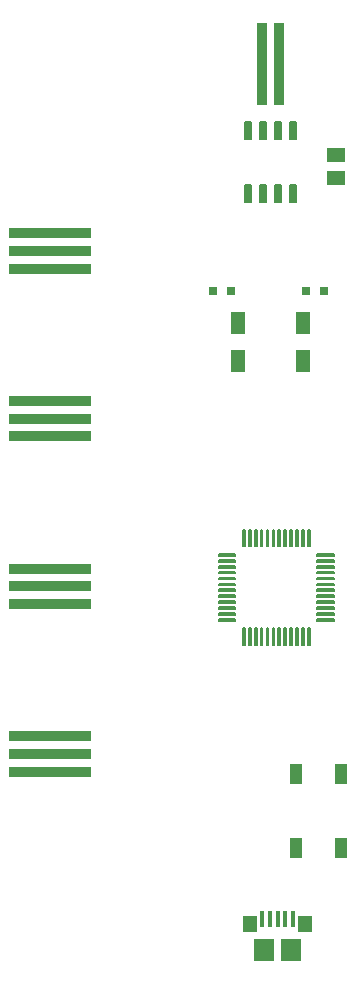
<source format=gbr>
G04 EAGLE Gerber RS-274X export*
G75*
%MOMM*%
%FSLAX34Y34*%
%LPD*%
%INSolderpaste Top*%
%IPPOS*%
%AMOC8*
5,1,8,0,0,1.08239X$1,22.5*%
G01*
%ADD10R,0.850000X7.000000*%
%ADD11R,0.400000X1.400000*%
%ADD12R,1.750000X1.900000*%
%ADD13R,1.150000X1.450000*%
%ADD14R,0.800000X0.800000*%
%ADD15R,1.500000X1.300000*%
%ADD16R,1.000000X1.700000*%
%ADD17C,0.140000*%
%ADD18C,0.150000*%
%ADD19R,7.000000X0.850000*%
%ADD20R,1.300000X1.900000*%


D10*
X232363Y764200D03*
X217363Y764200D03*
D11*
X217981Y40619D03*
X224481Y40619D03*
X230981Y40619D03*
X237481Y40619D03*
X243981Y40619D03*
D12*
X219731Y14119D03*
X242231Y14119D03*
D13*
X207781Y36419D03*
X254181Y36419D03*
D14*
X176276Y572055D03*
X191276Y572055D03*
X269869Y572055D03*
X254869Y572055D03*
D15*
X280616Y668408D03*
X280616Y687408D03*
D16*
X246957Y100350D03*
X284957Y100350D03*
X246957Y163350D03*
X284957Y163350D03*
D17*
X195238Y348218D02*
X195238Y349618D01*
X195238Y348218D02*
X181038Y348218D01*
X181038Y349618D01*
X195238Y349618D01*
X195238Y349548D02*
X181038Y349548D01*
X195238Y344618D02*
X195238Y343218D01*
X181038Y343218D01*
X181038Y344618D01*
X195238Y344618D01*
X195238Y344548D02*
X181038Y344548D01*
X195238Y339618D02*
X195238Y338218D01*
X181038Y338218D01*
X181038Y339618D01*
X195238Y339618D01*
X195238Y339548D02*
X181038Y339548D01*
X195238Y334618D02*
X195238Y333218D01*
X181038Y333218D01*
X181038Y334618D01*
X195238Y334618D01*
X195238Y334548D02*
X181038Y334548D01*
X195238Y329618D02*
X195238Y328218D01*
X181038Y328218D01*
X181038Y329618D01*
X195238Y329618D01*
X195238Y329548D02*
X181038Y329548D01*
X195238Y324618D02*
X195238Y323218D01*
X181038Y323218D01*
X181038Y324618D01*
X195238Y324618D01*
X195238Y324548D02*
X181038Y324548D01*
X195238Y319618D02*
X195238Y318218D01*
X181038Y318218D01*
X181038Y319618D01*
X195238Y319618D01*
X195238Y319548D02*
X181038Y319548D01*
X195238Y314618D02*
X195238Y313218D01*
X181038Y313218D01*
X181038Y314618D01*
X195238Y314618D01*
X195238Y314548D02*
X181038Y314548D01*
X195238Y309618D02*
X195238Y308218D01*
X181038Y308218D01*
X181038Y309618D01*
X195238Y309618D01*
X195238Y309548D02*
X181038Y309548D01*
X195238Y304618D02*
X195238Y303218D01*
X181038Y303218D01*
X181038Y304618D01*
X195238Y304618D01*
X195238Y304548D02*
X181038Y304548D01*
X195238Y299618D02*
X195238Y298218D01*
X181038Y298218D01*
X181038Y299618D01*
X195238Y299618D01*
X195238Y299548D02*
X181038Y299548D01*
X195238Y294618D02*
X195238Y293218D01*
X181038Y293218D01*
X181038Y294618D01*
X195238Y294618D01*
X195238Y294548D02*
X181038Y294548D01*
X201738Y272518D02*
X203138Y272518D01*
X201738Y272518D02*
X201738Y286718D01*
X203138Y286718D01*
X203138Y272518D01*
X203138Y273848D02*
X201738Y273848D01*
X201738Y275178D02*
X203138Y275178D01*
X203138Y276508D02*
X201738Y276508D01*
X201738Y277838D02*
X203138Y277838D01*
X203138Y279168D02*
X201738Y279168D01*
X201738Y280498D02*
X203138Y280498D01*
X203138Y281828D02*
X201738Y281828D01*
X201738Y283158D02*
X203138Y283158D01*
X203138Y284488D02*
X201738Y284488D01*
X201738Y285818D02*
X203138Y285818D01*
X206738Y272518D02*
X208138Y272518D01*
X206738Y272518D02*
X206738Y286718D01*
X208138Y286718D01*
X208138Y272518D01*
X208138Y273848D02*
X206738Y273848D01*
X206738Y275178D02*
X208138Y275178D01*
X208138Y276508D02*
X206738Y276508D01*
X206738Y277838D02*
X208138Y277838D01*
X208138Y279168D02*
X206738Y279168D01*
X206738Y280498D02*
X208138Y280498D01*
X208138Y281828D02*
X206738Y281828D01*
X206738Y283158D02*
X208138Y283158D01*
X208138Y284488D02*
X206738Y284488D01*
X206738Y285818D02*
X208138Y285818D01*
X211738Y272518D02*
X213138Y272518D01*
X211738Y272518D02*
X211738Y286718D01*
X213138Y286718D01*
X213138Y272518D01*
X213138Y273848D02*
X211738Y273848D01*
X211738Y275178D02*
X213138Y275178D01*
X213138Y276508D02*
X211738Y276508D01*
X211738Y277838D02*
X213138Y277838D01*
X213138Y279168D02*
X211738Y279168D01*
X211738Y280498D02*
X213138Y280498D01*
X213138Y281828D02*
X211738Y281828D01*
X211738Y283158D02*
X213138Y283158D01*
X213138Y284488D02*
X211738Y284488D01*
X211738Y285818D02*
X213138Y285818D01*
X216738Y272518D02*
X218138Y272518D01*
X216738Y272518D02*
X216738Y286718D01*
X218138Y286718D01*
X218138Y272518D01*
X218138Y273848D02*
X216738Y273848D01*
X216738Y275178D02*
X218138Y275178D01*
X218138Y276508D02*
X216738Y276508D01*
X216738Y277838D02*
X218138Y277838D01*
X218138Y279168D02*
X216738Y279168D01*
X216738Y280498D02*
X218138Y280498D01*
X218138Y281828D02*
X216738Y281828D01*
X216738Y283158D02*
X218138Y283158D01*
X218138Y284488D02*
X216738Y284488D01*
X216738Y285818D02*
X218138Y285818D01*
X221738Y272518D02*
X223138Y272518D01*
X221738Y272518D02*
X221738Y286718D01*
X223138Y286718D01*
X223138Y272518D01*
X223138Y273848D02*
X221738Y273848D01*
X221738Y275178D02*
X223138Y275178D01*
X223138Y276508D02*
X221738Y276508D01*
X221738Y277838D02*
X223138Y277838D01*
X223138Y279168D02*
X221738Y279168D01*
X221738Y280498D02*
X223138Y280498D01*
X223138Y281828D02*
X221738Y281828D01*
X221738Y283158D02*
X223138Y283158D01*
X223138Y284488D02*
X221738Y284488D01*
X221738Y285818D02*
X223138Y285818D01*
X226738Y272518D02*
X228138Y272518D01*
X226738Y272518D02*
X226738Y286718D01*
X228138Y286718D01*
X228138Y272518D01*
X228138Y273848D02*
X226738Y273848D01*
X226738Y275178D02*
X228138Y275178D01*
X228138Y276508D02*
X226738Y276508D01*
X226738Y277838D02*
X228138Y277838D01*
X228138Y279168D02*
X226738Y279168D01*
X226738Y280498D02*
X228138Y280498D01*
X228138Y281828D02*
X226738Y281828D01*
X226738Y283158D02*
X228138Y283158D01*
X228138Y284488D02*
X226738Y284488D01*
X226738Y285818D02*
X228138Y285818D01*
X231738Y272518D02*
X233138Y272518D01*
X231738Y272518D02*
X231738Y286718D01*
X233138Y286718D01*
X233138Y272518D01*
X233138Y273848D02*
X231738Y273848D01*
X231738Y275178D02*
X233138Y275178D01*
X233138Y276508D02*
X231738Y276508D01*
X231738Y277838D02*
X233138Y277838D01*
X233138Y279168D02*
X231738Y279168D01*
X231738Y280498D02*
X233138Y280498D01*
X233138Y281828D02*
X231738Y281828D01*
X231738Y283158D02*
X233138Y283158D01*
X233138Y284488D02*
X231738Y284488D01*
X231738Y285818D02*
X233138Y285818D01*
X236738Y272518D02*
X238138Y272518D01*
X236738Y272518D02*
X236738Y286718D01*
X238138Y286718D01*
X238138Y272518D01*
X238138Y273848D02*
X236738Y273848D01*
X236738Y275178D02*
X238138Y275178D01*
X238138Y276508D02*
X236738Y276508D01*
X236738Y277838D02*
X238138Y277838D01*
X238138Y279168D02*
X236738Y279168D01*
X236738Y280498D02*
X238138Y280498D01*
X238138Y281828D02*
X236738Y281828D01*
X236738Y283158D02*
X238138Y283158D01*
X238138Y284488D02*
X236738Y284488D01*
X236738Y285818D02*
X238138Y285818D01*
X241738Y272518D02*
X243138Y272518D01*
X241738Y272518D02*
X241738Y286718D01*
X243138Y286718D01*
X243138Y272518D01*
X243138Y273848D02*
X241738Y273848D01*
X241738Y275178D02*
X243138Y275178D01*
X243138Y276508D02*
X241738Y276508D01*
X241738Y277838D02*
X243138Y277838D01*
X243138Y279168D02*
X241738Y279168D01*
X241738Y280498D02*
X243138Y280498D01*
X243138Y281828D02*
X241738Y281828D01*
X241738Y283158D02*
X243138Y283158D01*
X243138Y284488D02*
X241738Y284488D01*
X241738Y285818D02*
X243138Y285818D01*
X246738Y272518D02*
X248138Y272518D01*
X246738Y272518D02*
X246738Y286718D01*
X248138Y286718D01*
X248138Y272518D01*
X248138Y273848D02*
X246738Y273848D01*
X246738Y275178D02*
X248138Y275178D01*
X248138Y276508D02*
X246738Y276508D01*
X246738Y277838D02*
X248138Y277838D01*
X248138Y279168D02*
X246738Y279168D01*
X246738Y280498D02*
X248138Y280498D01*
X248138Y281828D02*
X246738Y281828D01*
X246738Y283158D02*
X248138Y283158D01*
X248138Y284488D02*
X246738Y284488D01*
X246738Y285818D02*
X248138Y285818D01*
X251738Y272518D02*
X253138Y272518D01*
X251738Y272518D02*
X251738Y286718D01*
X253138Y286718D01*
X253138Y272518D01*
X253138Y273848D02*
X251738Y273848D01*
X251738Y275178D02*
X253138Y275178D01*
X253138Y276508D02*
X251738Y276508D01*
X251738Y277838D02*
X253138Y277838D01*
X253138Y279168D02*
X251738Y279168D01*
X251738Y280498D02*
X253138Y280498D01*
X253138Y281828D02*
X251738Y281828D01*
X251738Y283158D02*
X253138Y283158D01*
X253138Y284488D02*
X251738Y284488D01*
X251738Y285818D02*
X253138Y285818D01*
X256738Y272518D02*
X258138Y272518D01*
X256738Y272518D02*
X256738Y286718D01*
X258138Y286718D01*
X258138Y272518D01*
X258138Y273848D02*
X256738Y273848D01*
X256738Y275178D02*
X258138Y275178D01*
X258138Y276508D02*
X256738Y276508D01*
X256738Y277838D02*
X258138Y277838D01*
X258138Y279168D02*
X256738Y279168D01*
X256738Y280498D02*
X258138Y280498D01*
X258138Y281828D02*
X256738Y281828D01*
X256738Y283158D02*
X258138Y283158D01*
X258138Y284488D02*
X256738Y284488D01*
X256738Y285818D02*
X258138Y285818D01*
X278838Y293218D02*
X278838Y294618D01*
X278838Y293218D02*
X264638Y293218D01*
X264638Y294618D01*
X278838Y294618D01*
X278838Y294548D02*
X264638Y294548D01*
X278838Y298218D02*
X278838Y299618D01*
X278838Y298218D02*
X264638Y298218D01*
X264638Y299618D01*
X278838Y299618D01*
X278838Y299548D02*
X264638Y299548D01*
X278838Y303218D02*
X278838Y304618D01*
X278838Y303218D02*
X264638Y303218D01*
X264638Y304618D01*
X278838Y304618D01*
X278838Y304548D02*
X264638Y304548D01*
X278838Y308218D02*
X278838Y309618D01*
X278838Y308218D02*
X264638Y308218D01*
X264638Y309618D01*
X278838Y309618D01*
X278838Y309548D02*
X264638Y309548D01*
X278838Y313218D02*
X278838Y314618D01*
X278838Y313218D02*
X264638Y313218D01*
X264638Y314618D01*
X278838Y314618D01*
X278838Y314548D02*
X264638Y314548D01*
X278838Y318218D02*
X278838Y319618D01*
X278838Y318218D02*
X264638Y318218D01*
X264638Y319618D01*
X278838Y319618D01*
X278838Y319548D02*
X264638Y319548D01*
X278838Y323218D02*
X278838Y324618D01*
X278838Y323218D02*
X264638Y323218D01*
X264638Y324618D01*
X278838Y324618D01*
X278838Y324548D02*
X264638Y324548D01*
X278838Y328218D02*
X278838Y329618D01*
X278838Y328218D02*
X264638Y328218D01*
X264638Y329618D01*
X278838Y329618D01*
X278838Y329548D02*
X264638Y329548D01*
X278838Y333218D02*
X278838Y334618D01*
X278838Y333218D02*
X264638Y333218D01*
X264638Y334618D01*
X278838Y334618D01*
X278838Y334548D02*
X264638Y334548D01*
X278838Y338218D02*
X278838Y339618D01*
X278838Y338218D02*
X264638Y338218D01*
X264638Y339618D01*
X278838Y339618D01*
X278838Y339548D02*
X264638Y339548D01*
X278838Y343218D02*
X278838Y344618D01*
X278838Y343218D02*
X264638Y343218D01*
X264638Y344618D01*
X278838Y344618D01*
X278838Y344548D02*
X264638Y344548D01*
X278838Y348218D02*
X278838Y349618D01*
X278838Y348218D02*
X264638Y348218D01*
X264638Y349618D01*
X278838Y349618D01*
X278838Y349548D02*
X264638Y349548D01*
X258138Y356118D02*
X256738Y356118D01*
X256738Y370318D01*
X258138Y370318D01*
X258138Y356118D01*
X258138Y357448D02*
X256738Y357448D01*
X256738Y358778D02*
X258138Y358778D01*
X258138Y360108D02*
X256738Y360108D01*
X256738Y361438D02*
X258138Y361438D01*
X258138Y362768D02*
X256738Y362768D01*
X256738Y364098D02*
X258138Y364098D01*
X258138Y365428D02*
X256738Y365428D01*
X256738Y366758D02*
X258138Y366758D01*
X258138Y368088D02*
X256738Y368088D01*
X256738Y369418D02*
X258138Y369418D01*
X253138Y356118D02*
X251738Y356118D01*
X251738Y370318D01*
X253138Y370318D01*
X253138Y356118D01*
X253138Y357448D02*
X251738Y357448D01*
X251738Y358778D02*
X253138Y358778D01*
X253138Y360108D02*
X251738Y360108D01*
X251738Y361438D02*
X253138Y361438D01*
X253138Y362768D02*
X251738Y362768D01*
X251738Y364098D02*
X253138Y364098D01*
X253138Y365428D02*
X251738Y365428D01*
X251738Y366758D02*
X253138Y366758D01*
X253138Y368088D02*
X251738Y368088D01*
X251738Y369418D02*
X253138Y369418D01*
X248138Y356118D02*
X246738Y356118D01*
X246738Y370318D01*
X248138Y370318D01*
X248138Y356118D01*
X248138Y357448D02*
X246738Y357448D01*
X246738Y358778D02*
X248138Y358778D01*
X248138Y360108D02*
X246738Y360108D01*
X246738Y361438D02*
X248138Y361438D01*
X248138Y362768D02*
X246738Y362768D01*
X246738Y364098D02*
X248138Y364098D01*
X248138Y365428D02*
X246738Y365428D01*
X246738Y366758D02*
X248138Y366758D01*
X248138Y368088D02*
X246738Y368088D01*
X246738Y369418D02*
X248138Y369418D01*
X243138Y356118D02*
X241738Y356118D01*
X241738Y370318D01*
X243138Y370318D01*
X243138Y356118D01*
X243138Y357448D02*
X241738Y357448D01*
X241738Y358778D02*
X243138Y358778D01*
X243138Y360108D02*
X241738Y360108D01*
X241738Y361438D02*
X243138Y361438D01*
X243138Y362768D02*
X241738Y362768D01*
X241738Y364098D02*
X243138Y364098D01*
X243138Y365428D02*
X241738Y365428D01*
X241738Y366758D02*
X243138Y366758D01*
X243138Y368088D02*
X241738Y368088D01*
X241738Y369418D02*
X243138Y369418D01*
X238138Y356118D02*
X236738Y356118D01*
X236738Y370318D01*
X238138Y370318D01*
X238138Y356118D01*
X238138Y357448D02*
X236738Y357448D01*
X236738Y358778D02*
X238138Y358778D01*
X238138Y360108D02*
X236738Y360108D01*
X236738Y361438D02*
X238138Y361438D01*
X238138Y362768D02*
X236738Y362768D01*
X236738Y364098D02*
X238138Y364098D01*
X238138Y365428D02*
X236738Y365428D01*
X236738Y366758D02*
X238138Y366758D01*
X238138Y368088D02*
X236738Y368088D01*
X236738Y369418D02*
X238138Y369418D01*
X233138Y356118D02*
X231738Y356118D01*
X231738Y370318D01*
X233138Y370318D01*
X233138Y356118D01*
X233138Y357448D02*
X231738Y357448D01*
X231738Y358778D02*
X233138Y358778D01*
X233138Y360108D02*
X231738Y360108D01*
X231738Y361438D02*
X233138Y361438D01*
X233138Y362768D02*
X231738Y362768D01*
X231738Y364098D02*
X233138Y364098D01*
X233138Y365428D02*
X231738Y365428D01*
X231738Y366758D02*
X233138Y366758D01*
X233138Y368088D02*
X231738Y368088D01*
X231738Y369418D02*
X233138Y369418D01*
X228138Y356118D02*
X226738Y356118D01*
X226738Y370318D01*
X228138Y370318D01*
X228138Y356118D01*
X228138Y357448D02*
X226738Y357448D01*
X226738Y358778D02*
X228138Y358778D01*
X228138Y360108D02*
X226738Y360108D01*
X226738Y361438D02*
X228138Y361438D01*
X228138Y362768D02*
X226738Y362768D01*
X226738Y364098D02*
X228138Y364098D01*
X228138Y365428D02*
X226738Y365428D01*
X226738Y366758D02*
X228138Y366758D01*
X228138Y368088D02*
X226738Y368088D01*
X226738Y369418D02*
X228138Y369418D01*
X223138Y356118D02*
X221738Y356118D01*
X221738Y370318D01*
X223138Y370318D01*
X223138Y356118D01*
X223138Y357448D02*
X221738Y357448D01*
X221738Y358778D02*
X223138Y358778D01*
X223138Y360108D02*
X221738Y360108D01*
X221738Y361438D02*
X223138Y361438D01*
X223138Y362768D02*
X221738Y362768D01*
X221738Y364098D02*
X223138Y364098D01*
X223138Y365428D02*
X221738Y365428D01*
X221738Y366758D02*
X223138Y366758D01*
X223138Y368088D02*
X221738Y368088D01*
X221738Y369418D02*
X223138Y369418D01*
X218138Y356118D02*
X216738Y356118D01*
X216738Y370318D01*
X218138Y370318D01*
X218138Y356118D01*
X218138Y357448D02*
X216738Y357448D01*
X216738Y358778D02*
X218138Y358778D01*
X218138Y360108D02*
X216738Y360108D01*
X216738Y361438D02*
X218138Y361438D01*
X218138Y362768D02*
X216738Y362768D01*
X216738Y364098D02*
X218138Y364098D01*
X218138Y365428D02*
X216738Y365428D01*
X216738Y366758D02*
X218138Y366758D01*
X218138Y368088D02*
X216738Y368088D01*
X216738Y369418D02*
X218138Y369418D01*
X213138Y356118D02*
X211738Y356118D01*
X211738Y370318D01*
X213138Y370318D01*
X213138Y356118D01*
X213138Y357448D02*
X211738Y357448D01*
X211738Y358778D02*
X213138Y358778D01*
X213138Y360108D02*
X211738Y360108D01*
X211738Y361438D02*
X213138Y361438D01*
X213138Y362768D02*
X211738Y362768D01*
X211738Y364098D02*
X213138Y364098D01*
X213138Y365428D02*
X211738Y365428D01*
X211738Y366758D02*
X213138Y366758D01*
X213138Y368088D02*
X211738Y368088D01*
X211738Y369418D02*
X213138Y369418D01*
X208138Y356118D02*
X206738Y356118D01*
X206738Y370318D01*
X208138Y370318D01*
X208138Y356118D01*
X208138Y357448D02*
X206738Y357448D01*
X206738Y358778D02*
X208138Y358778D01*
X208138Y360108D02*
X206738Y360108D01*
X206738Y361438D02*
X208138Y361438D01*
X208138Y362768D02*
X206738Y362768D01*
X206738Y364098D02*
X208138Y364098D01*
X208138Y365428D02*
X206738Y365428D01*
X206738Y366758D02*
X208138Y366758D01*
X208138Y368088D02*
X206738Y368088D01*
X206738Y369418D02*
X208138Y369418D01*
X203138Y356118D02*
X201738Y356118D01*
X201738Y370318D01*
X203138Y370318D01*
X203138Y356118D01*
X203138Y357448D02*
X201738Y357448D01*
X201738Y358778D02*
X203138Y358778D01*
X203138Y360108D02*
X201738Y360108D01*
X201738Y361438D02*
X203138Y361438D01*
X203138Y362768D02*
X201738Y362768D01*
X201738Y364098D02*
X203138Y364098D01*
X203138Y365428D02*
X201738Y365428D01*
X201738Y366758D02*
X203138Y366758D01*
X203138Y368088D02*
X201738Y368088D01*
X201738Y369418D02*
X203138Y369418D01*
D18*
X208063Y647633D02*
X208063Y661933D01*
X208063Y647633D02*
X203563Y647633D01*
X203563Y661933D01*
X208063Y661933D01*
X208063Y649058D02*
X203563Y649058D01*
X203563Y650483D02*
X208063Y650483D01*
X208063Y651908D02*
X203563Y651908D01*
X203563Y653333D02*
X208063Y653333D01*
X208063Y654758D02*
X203563Y654758D01*
X203563Y656183D02*
X208063Y656183D01*
X208063Y657608D02*
X203563Y657608D01*
X203563Y659033D02*
X208063Y659033D01*
X208063Y660458D02*
X203563Y660458D01*
X203563Y661883D02*
X208063Y661883D01*
X220763Y661933D02*
X220763Y647633D01*
X216263Y647633D01*
X216263Y661933D01*
X220763Y661933D01*
X220763Y649058D02*
X216263Y649058D01*
X216263Y650483D02*
X220763Y650483D01*
X220763Y651908D02*
X216263Y651908D01*
X216263Y653333D02*
X220763Y653333D01*
X220763Y654758D02*
X216263Y654758D01*
X216263Y656183D02*
X220763Y656183D01*
X220763Y657608D02*
X216263Y657608D01*
X216263Y659033D02*
X220763Y659033D01*
X220763Y660458D02*
X216263Y660458D01*
X216263Y661883D02*
X220763Y661883D01*
X233463Y661933D02*
X233463Y647633D01*
X228963Y647633D01*
X228963Y661933D01*
X233463Y661933D01*
X233463Y649058D02*
X228963Y649058D01*
X228963Y650483D02*
X233463Y650483D01*
X233463Y651908D02*
X228963Y651908D01*
X228963Y653333D02*
X233463Y653333D01*
X233463Y654758D02*
X228963Y654758D01*
X228963Y656183D02*
X233463Y656183D01*
X233463Y657608D02*
X228963Y657608D01*
X228963Y659033D02*
X233463Y659033D01*
X233463Y660458D02*
X228963Y660458D01*
X228963Y661883D02*
X233463Y661883D01*
X246163Y661933D02*
X246163Y647633D01*
X241663Y647633D01*
X241663Y661933D01*
X246163Y661933D01*
X246163Y649058D02*
X241663Y649058D01*
X241663Y650483D02*
X246163Y650483D01*
X246163Y651908D02*
X241663Y651908D01*
X241663Y653333D02*
X246163Y653333D01*
X246163Y654758D02*
X241663Y654758D01*
X241663Y656183D02*
X246163Y656183D01*
X246163Y657608D02*
X241663Y657608D01*
X241663Y659033D02*
X246163Y659033D01*
X246163Y660458D02*
X241663Y660458D01*
X241663Y661883D02*
X246163Y661883D01*
X246163Y701033D02*
X246163Y715333D01*
X246163Y701033D02*
X241663Y701033D01*
X241663Y715333D01*
X246163Y715333D01*
X246163Y702458D02*
X241663Y702458D01*
X241663Y703883D02*
X246163Y703883D01*
X246163Y705308D02*
X241663Y705308D01*
X241663Y706733D02*
X246163Y706733D01*
X246163Y708158D02*
X241663Y708158D01*
X241663Y709583D02*
X246163Y709583D01*
X246163Y711008D02*
X241663Y711008D01*
X241663Y712433D02*
X246163Y712433D01*
X246163Y713858D02*
X241663Y713858D01*
X241663Y715283D02*
X246163Y715283D01*
X233463Y715333D02*
X233463Y701033D01*
X228963Y701033D01*
X228963Y715333D01*
X233463Y715333D01*
X233463Y702458D02*
X228963Y702458D01*
X228963Y703883D02*
X233463Y703883D01*
X233463Y705308D02*
X228963Y705308D01*
X228963Y706733D02*
X233463Y706733D01*
X233463Y708158D02*
X228963Y708158D01*
X228963Y709583D02*
X233463Y709583D01*
X233463Y711008D02*
X228963Y711008D01*
X228963Y712433D02*
X233463Y712433D01*
X233463Y713858D02*
X228963Y713858D01*
X228963Y715283D02*
X233463Y715283D01*
X220763Y715333D02*
X220763Y701033D01*
X216263Y701033D01*
X216263Y715333D01*
X220763Y715333D01*
X220763Y702458D02*
X216263Y702458D01*
X216263Y703883D02*
X220763Y703883D01*
X220763Y705308D02*
X216263Y705308D01*
X216263Y706733D02*
X220763Y706733D01*
X220763Y708158D02*
X216263Y708158D01*
X216263Y709583D02*
X220763Y709583D01*
X220763Y711008D02*
X216263Y711008D01*
X216263Y712433D02*
X220763Y712433D01*
X220763Y713858D02*
X216263Y713858D01*
X216263Y715283D02*
X220763Y715283D01*
X208063Y715333D02*
X208063Y701033D01*
X203563Y701033D01*
X203563Y715333D01*
X208063Y715333D01*
X208063Y702458D02*
X203563Y702458D01*
X203563Y703883D02*
X208063Y703883D01*
X208063Y705308D02*
X203563Y705308D01*
X203563Y706733D02*
X208063Y706733D01*
X208063Y708158D02*
X203563Y708158D01*
X203563Y709583D02*
X208063Y709583D01*
X208063Y711008D02*
X203563Y711008D01*
X203563Y712433D02*
X208063Y712433D01*
X208063Y713858D02*
X203563Y713858D01*
X203563Y715283D02*
X208063Y715283D01*
D19*
X38132Y195299D03*
X38132Y180299D03*
X38132Y165299D03*
X38132Y337299D03*
X38132Y322299D03*
X38132Y307299D03*
X38132Y479298D03*
X38132Y464298D03*
X38132Y449298D03*
X38132Y621298D03*
X38132Y606298D03*
X38132Y591298D03*
D20*
X252363Y545381D03*
X197363Y545381D03*
X197363Y513381D03*
X252363Y513381D03*
M02*

</source>
